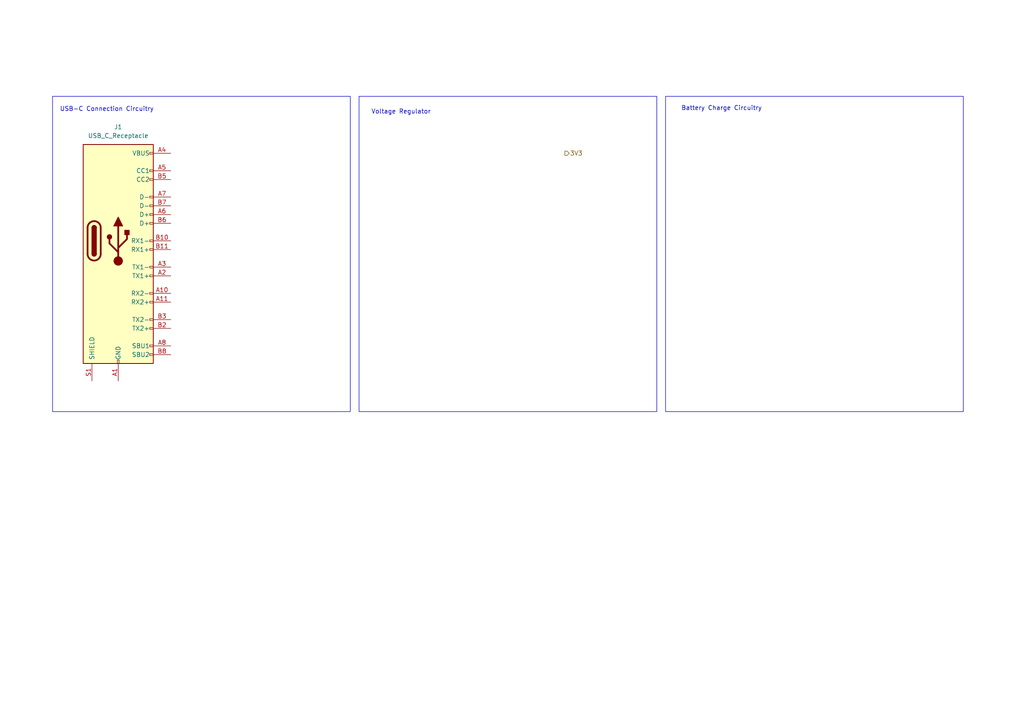
<source format=kicad_sch>
(kicad_sch (version 20231120) (generator "eeschema") (generator_version "8.0")
  (paper "A4")
  (title_block (rev "1"))
  (lib_symbols
    (symbol "Connector:USB_C_Receptacle" (pin_names (offset 1.016))
      (property "Reference" "J" (at -10.16 29.21 0))
      (property "Value" "USB_C_Receptacle" (at 10.16 29.21 0))
      (symbol "USB_C_Receptacle_0_0"
        (rectangle (start -0.254 -35.56) (end 0.254 -34.544))
        (rectangle (start 10.16 -32.766) (end 9.144 -33.274))
        (rectangle (start 10.16 -30.226) (end 9.144 -30.734))
        (rectangle (start 10.16 -25.146) (end 9.144 -25.654))
        (rectangle (start 10.16 -22.606) (end 9.144 -23.114))
        (rectangle (start 10.16 -17.526) (end 9.144 -18.034))
        (rectangle (start 10.16 -14.986) (end 9.144 -15.494))
        (rectangle (start 10.16 -9.906) (end 9.144 -10.414))
        (rectangle (start 10.16 -7.366) (end 9.144 -7.874))
        (rectangle (start 10.16 -2.286) (end 9.144 -2.794))
        (rectangle (start 10.16 0.254) (end 9.144 -0.254))
        (rectangle (start 10.16 5.334) (end 9.144 4.826))
        (rectangle (start 10.16 7.874) (end 9.144 7.366))
        (rectangle (start 10.16 10.414) (end 9.144 9.906))
        (rectangle (start 10.16 12.954) (end 9.144 12.446))
        (rectangle (start 10.16 18.034) (end 9.144 17.526))
        (rectangle (start 10.16 20.574) (end 9.144 20.066))
        (rectangle (start 10.16 25.654) (end 9.144 25.146))
      )
      (symbol "USB_C_Receptacle_0_1"
        (rectangle (start -10.16 27.94) (end 10.16 -35.56) (stroke (width 0.254)) (fill (type background)))
        (arc (start -8.89 -3.81) (mid -6.985 -5.7067) (end -5.08 -3.81) (stroke (width 0.508)))
        (arc (start -7.62 -3.81) (mid -6.985 -4.4423) (end -6.35 -3.81) (stroke (width 0.254)))
        (arc (start -7.62 -3.81) (mid -6.985 -4.4423) (end -6.35 -3.81) (stroke (width 0.254)) (fill (type outline)))
        (rectangle (start -7.62 -3.81) (end -6.35 3.81) (stroke (width 0.254)) (fill (type outline)))
        (arc (start -6.35 3.81) (mid -6.985 4.4423) (end -7.62 3.81) (stroke (width 0.254)))
        (arc (start -6.35 3.81) (mid -6.985 4.4423) (end -7.62 3.81) (stroke (width 0.254)) (fill (type outline)))
        (arc (start -5.08 3.81) (mid -6.985 5.7067) (end -8.89 3.81) (stroke (width 0.508)))
        (polyline (pts (xy -8.89 -3.81) (xy -8.89 3.81)) (stroke (width 0.508)))
        (polyline (pts (xy -5.08 3.81) (xy -5.08 -3.81)) (stroke (width 0.508)))
      )
      (symbol "USB_C_Receptacle_1_1"
        (circle (center -2.54 1.143) (radius 0.635) (stroke (width 0.254)) (fill (type outline)))
        (circle (center 0 -5.842) (radius 1.27) (fill (type outline)))
        (polyline (pts (xy 0 -5.842) (xy 0 4.318)) (stroke (width 0.508)))
        (polyline (pts (xy 0 -3.302) (xy -2.54 -0.762) (xy -2.54 0.508)) (stroke (width 0.508)))
        (polyline (pts (xy 0 -2.032) (xy 2.54 0.508) (xy 2.54 1.778)) (stroke (width 0.508)))
        (polyline (pts (xy -1.27 4.318) (xy 0 6.858) (xy 1.27 4.318) (xy -1.27 4.318)) (stroke (width 0.254)) (fill (type outline)))
        (rectangle (start 1.905 1.778) (end 3.175 3.048) (stroke (width 0.254)) (fill (type outline)))
        (pin passive line (at 0 -40.64 90) (length 5.08) (name "GND") (number "A1"))
        (pin bidirectional line (at 15.24 -15.24 180) (length 5.08) (name "RX2-") (number "A10"))
        (pin bidirectional line (at 15.24 -17.78 180) (length 5.08) (name "RX2+") (number "A11"))
        (pin passive line (at 0 -40.64 90) (length 5.08) hide (name "GND") (number "A12"))
        (pin bidirectional line (at 15.24 -10.16 180) (length 5.08) (name "TX1+") (number "A2"))
        (pin bidirectional line (at 15.24 -7.62 180) (length 5.08) (name "TX1-") (number "A3"))
        (pin passive line (at 15.24 25.4 180) (length 5.08) (name "VBUS") (number "A4"))
        (pin bidirectional line (at 15.24 20.32 180) (length 5.08) (name "CC1") (number "A5"))
        (pin bidirectional line (at 15.24 7.62 180) (length 5.08) (name "D+") (number "A6"))
        (pin bidirectional line (at 15.24 12.7 180) (length 5.08) (name "D-") (number "A7"))
        (pin bidirectional line (at 15.24 -30.48 180) (length 5.08) (name "SBU1") (number "A8"))
        (pin passive line (at 15.24 25.4 180) (length 5.08) hide (name "VBUS") (number "A9"))
        (pin passive line (at 0 -40.64 90) (length 5.08) hide (name "GND") (number "B1"))
        (pin bidirectional line (at 15.24 0 180) (length 5.08) (name "RX1-") (number "B10"))
        (pin bidirectional line (at 15.24 -2.54 180) (length 5.08) (name "RX1+") (number "B11"))
        (pin passive line (at 0 -40.64 90) (length 5.08) hide (name "GND") (number "B12"))
        (pin bidirectional line (at 15.24 -25.4 180) (length 5.08) (name "TX2+") (number "B2"))
        (pin bidirectional line (at 15.24 -22.86 180) (length 5.08) (name "TX2-") (number "B3"))
        (pin passive line (at 15.24 25.4 180) (length 5.08) hide (name "VBUS") (number "B4"))
        (pin bidirectional line (at 15.24 17.78 180) (length 5.08) (name "CC2") (number "B5"))
        (pin bidirectional line (at 15.24 5.08 180) (length 5.08) (name "D+") (number "B6"))
        (pin bidirectional line (at 15.24 10.16 180) (length 5.08) (name "D-") (number "B7"))
        (pin bidirectional line (at 15.24 -33.02 180) (length 5.08) (name "SBU2") (number "B8"))
        (pin passive line (at 15.24 25.4 180) (length 5.08) hide (name "VBUS") (number "B9"))
        (pin passive line (at -7.62 -40.64 90) (length 5.08) (name "SHIELD") (number "S1"))
      )
    )
  )
  (rectangle (start 193.04 27.94) (end 279.4 119.38))
  (rectangle (start 104.14 27.94) (end 190.5 119.38))
  (rectangle (start 15.24 27.94) (end 101.6 119.38))
  (text "USB-C Connection Circuitry" (at 30.988 31.75 0) (effects (font (size 1.27 1.27))))
  (text "Voltage Regulator" (at 116.332 32.512 0) (effects (font (size 1.27 1.27))))
  (text "Battery Charge Circuitry\n" (at 209.296 31.496 0) (effects (font (size 1.27 1.27))))
  (hierarchical_label "3V3" (shape output) (at 163.83 44.45 0))
  (symbol (lib_id "Connector:USB_C_Receptacle") (at 34.29 69.85 0) (unit 1)
    (property "Reference" "J1" (at 34.29 36.83 0))
    (property "Value" "USB_C_Receptacle" (at 34.29 39.37 0))
    (property "Datasheet" "https://www.usb.org/sites/default/files/documents/usb_type-c.zip" (effects (hide yes)))
    (property "Description" "USB Full-Featured Type-C Receptacle connector" (effects (hide yes)))
  )
)
</source>
